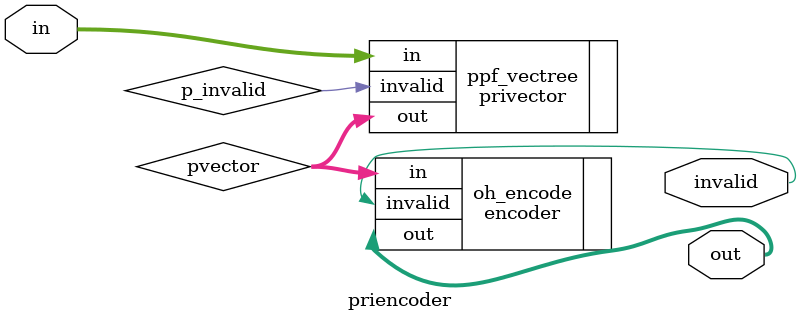
<source format=v>
module priencoder #(
  parameter BITS = 32,
  parameter SEARCH_BIT = 1
  )(
  input [BITS-1:0] in,
  output invalid,
  output  [$clog2(BITS)-1:0] out);

  wire p_invalid; // Unused
  wire [BITS-1:0] pvector;
  privector #(.BITS(BITS), .SEARCH_BIT(SEARCH_BIT)) ppf_vectree (
    .in (in),
    .invalid(p_invalid), // UNUSED
    .out (pvector));

  encoder #(.BITS(BITS)) oh_encode (
    .in (pvector),
    .invalid (invalid),
    .out (out));

endmodule

</source>
